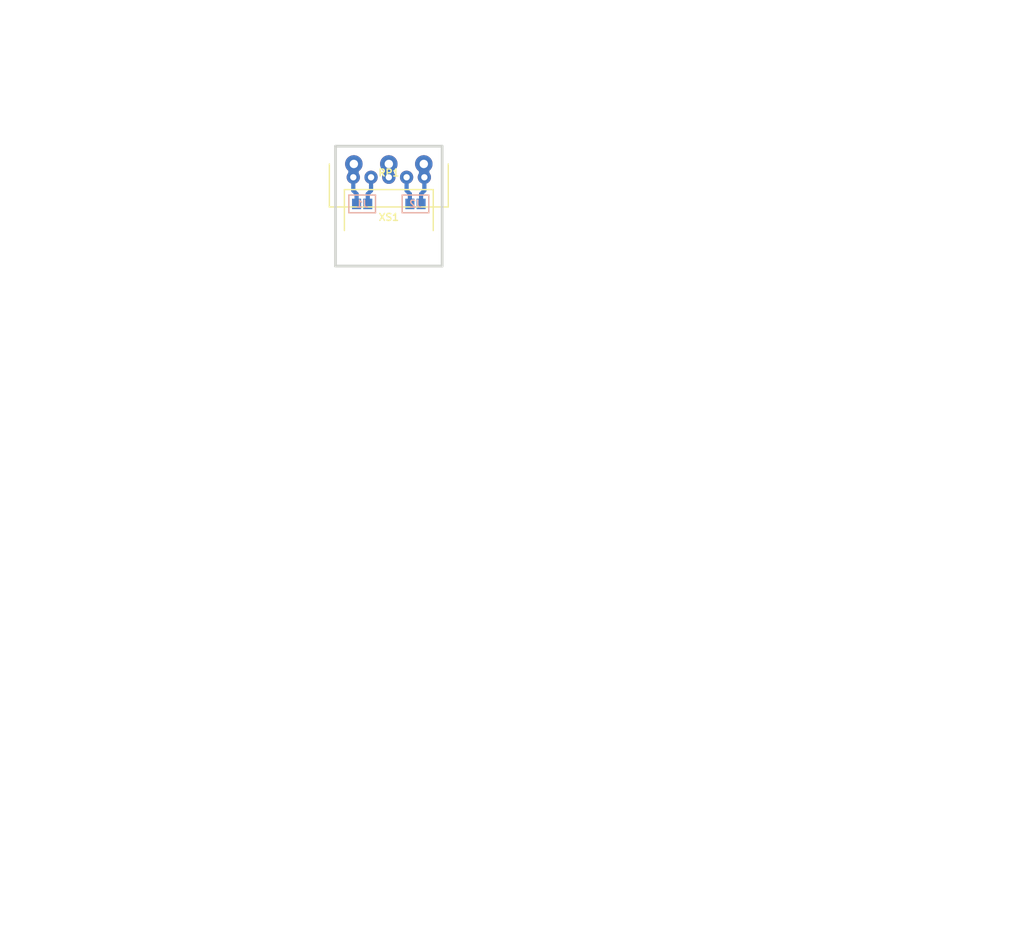
<source format=kicad_pcb>
(kicad_pcb (version 20171130) (host pcbnew 5.1.12-84ad8e8a86~92~ubuntu20.04.1)

  (general
    (thickness 1.6)
    (drawings 10)
    (tracks 15)
    (zones 0)
    (modules 4)
    (nets 6)
  )

  (page A4 portrait)
  (title_block
    (title ТКП-1.31.A-8)
    (date 2025-06-12)
    (rev 1A)
    (company "Potentiometer Board 18 1x17 [REV1A] PDB181-15F-B50K Trimmed")
    (comment 1 http://github.com/Adept666)
    (comment 2 "Igor Ivanov (Игорь Иванов)")
    (comment 3 -ТТКРЧПДЛ-)
    (comment 4 "This project is licensed under GNU General Public License v3.0 or later")
  )

  (layers
    (0 F.Cu jumper)
    (31 B.Cu signal)
    (38 B.Mask user)
    (39 F.Mask user)
    (44 Edge.Cuts user)
    (45 Margin user)
    (46 B.CrtYd user)
    (47 F.CrtYd user)
    (48 B.Fab user)
    (49 F.Fab user)
  )

  (setup
    (last_trace_width 1)
    (user_trace_width 0.6)
    (trace_clearance 0)
    (zone_clearance 0.6)
    (zone_45_only no)
    (trace_min 0.2)
    (via_size 2)
    (via_drill 1)
    (via_min_size 0.4)
    (via_min_drill 0.3)
    (uvia_size 0.3)
    (uvia_drill 0.1)
    (uvias_allowed no)
    (uvia_min_size 0)
    (uvia_min_drill 0)
    (edge_width 0.4)
    (segment_width 0.2)
    (pcb_text_width 0.3)
    (pcb_text_size 1.5 1.5)
    (mod_edge_width 0.15)
    (mod_text_size 1 1)
    (mod_text_width 0.15)
    (pad_size 1.6 1.8)
    (pad_drill 0)
    (pad_to_mask_clearance 0.1)
    (solder_mask_min_width 0.2)
    (aux_axis_origin 0 0)
    (visible_elements 7FFFFFFF)
    (pcbplotparams
      (layerselection 0x20000_7ffffffe)
      (usegerberextensions false)
      (usegerberattributes false)
      (usegerberadvancedattributes false)
      (creategerberjobfile false)
      (excludeedgelayer false)
      (linewidth 0.100000)
      (plotframeref true)
      (viasonmask false)
      (mode 1)
      (useauxorigin false)
      (hpglpennumber 1)
      (hpglpenspeed 20)
      (hpglpendiameter 15.000000)
      (psnegative false)
      (psa4output false)
      (plotreference false)
      (plotvalue true)
      (plotinvisibletext false)
      (padsonsilk true)
      (subtractmaskfromsilk false)
      (outputformat 4)
      (mirror false)
      (drillshape 0)
      (scaleselection 1)
      (outputdirectory ""))
  )

  (net 0 "")
  (net 1 "Net-(RP1-Pad2)")
  (net 2 "Net-(J1-Pad2)")
  (net 3 "Net-(J1-Pad1)")
  (net 4 "Net-(J2-Pad2)")
  (net 5 "Net-(J2-Pad1)")

  (net_class Default "This is the default net class."
    (clearance 0)
    (trace_width 1)
    (via_dia 2)
    (via_drill 1)
    (uvia_dia 0.3)
    (uvia_drill 0.1)
    (add_net "Net-(J1-Pad1)")
    (add_net "Net-(J1-Pad2)")
    (add_net "Net-(J2-Pad1)")
    (add_net "Net-(J2-Pad2)")
    (add_net "Net-(RP1-Pad2)")
  )

  (module KCL-SM:J-SB-0805-2 (layer B.Cu) (tedit 62E4D892) (tstamp 62E4EC39)
    (at 109.22 148.59)
    (path /62D6667D)
    (fp_text reference J2 (at 0 0) (layer B.SilkS)
      (effects (font (size 1 1) (thickness 0.2)) (justify mirror))
    )
    (fp_text value J2 (at 0 -0.9525) (layer B.Fab)
      (effects (font (size 1 1) (thickness 0.2)) (justify mirror))
    )
    (fp_line (start -1.905 1.27) (end 1.905 1.27) (layer B.CrtYd) (width 0.1))
    (fp_line (start 1.905 1.27) (end 1.905 -1.27) (layer B.CrtYd) (width 0.1))
    (fp_line (start 1.905 -1.27) (end -1.905 -1.27) (layer B.CrtYd) (width 0.1))
    (fp_line (start -1.905 -1.27) (end -1.905 1.27) (layer B.CrtYd) (width 0.1))
    (fp_line (start -1.905 -1.27) (end 1.905 -1.27) (layer B.SilkS) (width 0.2))
    (fp_line (start -1.905 1.27) (end 1.905 1.27) (layer B.SilkS) (width 0.2))
    (fp_line (start 1.905 1.27) (end 1.905 -1.27) (layer B.SilkS) (width 0.2))
    (fp_line (start -1.905 -1.27) (end -1.905 1.27) (layer B.SilkS) (width 0.2))
    (fp_line (start -0.8 0) (end 0.8 0) (layer B.Fab) (width 0.2))
    (pad 2 smd rect (at 0.8 0) (size 1.3 1.5) (layers B.Cu B.Mask)
      (net 4 "Net-(J2-Pad2)"))
    (pad 1 smd rect (at -0.8 0) (size 1.3 1.5) (layers B.Cu B.Mask)
      (net 5 "Net-(J2-Pad1)"))
  )

  (module KCL-SM:J-SB-0805-2 (layer B.Cu) (tedit 62E4D892) (tstamp 62E428E8)
    (at 101.6 148.59)
    (path /62E404D1)
    (fp_text reference J1 (at 0 0) (layer B.SilkS)
      (effects (font (size 1 1) (thickness 0.2)) (justify mirror))
    )
    (fp_text value J1 (at 0 -0.9525) (layer B.Fab)
      (effects (font (size 1 1) (thickness 0.2)) (justify mirror))
    )
    (fp_line (start -0.8 0) (end 0.8 0) (layer B.Fab) (width 0.2))
    (fp_line (start -1.905 -1.27) (end -1.905 1.27) (layer B.SilkS) (width 0.2))
    (fp_line (start 1.905 1.27) (end 1.905 -1.27) (layer B.SilkS) (width 0.2))
    (fp_line (start -1.905 1.27) (end 1.905 1.27) (layer B.SilkS) (width 0.2))
    (fp_line (start -1.905 -1.27) (end 1.905 -1.27) (layer B.SilkS) (width 0.2))
    (fp_line (start -1.905 -1.27) (end -1.905 1.27) (layer B.CrtYd) (width 0.1))
    (fp_line (start 1.905 -1.27) (end -1.905 -1.27) (layer B.CrtYd) (width 0.1))
    (fp_line (start 1.905 1.27) (end 1.905 -1.27) (layer B.CrtYd) (width 0.1))
    (fp_line (start -1.905 1.27) (end 1.905 1.27) (layer B.CrtYd) (width 0.1))
    (pad 1 smd rect (at -0.8 0) (size 1.3 1.5) (layers B.Cu B.Mask)
      (net 3 "Net-(J1-Pad1)"))
    (pad 2 smd rect (at 0.8 0) (size 1.3 1.5) (layers B.Cu B.Mask)
      (net 2 "Net-(J1-Pad2)"))
  )

  (module SBKCL-TH-SL:CON-PBS-05R-CIRCULAR (layer F.Cu) (tedit 62458AB8) (tstamp 60031F53)
    (at 105.41 144.78)
    (path /600A2C72)
    (fp_text reference XS1 (at 0 5.715) (layer F.SilkS)
      (effects (font (size 1 1) (thickness 0.2)))
    )
    (fp_text value PBS-05R (at 0 5.715) (layer F.Fab)
      (effects (font (size 1 1) (thickness 0.2)))
    )
    (fp_line (start 6.35 -0.45) (end 6.35 10.16) (layer F.CrtYd) (width 0.1))
    (fp_line (start -6.35 -0.45) (end -6.35 10.16) (layer F.CrtYd) (width 0.1))
    (fp_line (start -6.35 10.16) (end 6.35 10.16) (layer F.CrtYd) (width 0.1))
    (fp_line (start -6.35 -0.45) (end 6.35 -0.45) (layer F.CrtYd) (width 0.1))
    (fp_line (start 6.35 1.76) (end 6.35 7.62) (layer F.SilkS) (width 0.2))
    (fp_line (start -6.35 1.76) (end -6.35 7.62) (layer F.SilkS) (width 0.2))
    (fp_line (start -6.35 1.76) (end 6.35 1.76) (layer F.SilkS) (width 0.2))
    (fp_line (start -6.35 1.76) (end 6.35 1.76) (layer F.Fab) (width 0.2))
    (fp_line (start -6.35 10.16) (end 6.35 10.16) (layer F.Fab) (width 0.2))
    (fp_line (start -6.35 1.76) (end -6.35 10.16) (layer F.Fab) (width 0.2))
    (fp_line (start 6.35 1.76) (end 6.35 10.16) (layer F.Fab) (width 0.2))
    (pad 3 thru_hole circle (at 0 0) (size 1.9 1.9) (drill 0.9) (layers B.Cu B.Mask)
      (net 1 "Net-(RP1-Pad2)"))
    (pad 2 thru_hole circle (at -2.54 0) (size 1.9 1.9) (drill 0.9) (layers B.Cu B.Mask)
      (net 2 "Net-(J1-Pad2)"))
    (pad 1 thru_hole circle (at -5.08 0) (size 1.9 1.9) (drill 0.9) (layers B.Cu B.Mask)
      (net 3 "Net-(J1-Pad1)"))
    (pad 4 thru_hole circle (at 2.54 0) (size 1.9 1.9) (drill 0.9) (layers B.Cu B.Mask)
      (net 5 "Net-(J2-Pad1)"))
    (pad 5 thru_hole circle (at 5.08 0) (size 1.9 1.9) (drill 0.9) (layers B.Cu B.Mask)
      (net 4 "Net-(J2-Pad2)"))
  )

  (module SBKCL-TH-SL:RP-PDB181-K-20-P-CIRCULAR (layer F.Cu) (tedit 61D0A493) (tstamp 5FE6D9E5)
    (at 105.41 142.875 180)
    (path /5FE7A122)
    (fp_text reference RP1 (at 0 -1.27 180) (layer F.SilkS)
      (effects (font (size 1 1) (thickness 0.2)))
    )
    (fp_text value B50K (at 0 -1.27 180) (layer F.Fab)
      (effects (font (size 1 1) (thickness 0.2)))
    )
    (fp_line (start -7.3 3.35) (end -7.3 5.35) (layer F.Fab) (width 0.2))
    (fp_line (start -8.5 3.35) (end -8.5 5.35) (layer F.Fab) (width 0.2))
    (fp_line (start -8.5 5.35) (end -7.366 5.35) (layer F.Fab) (width 0.2))
    (fp_line (start 8.5 -6.15) (end 8.5 23.35) (layer F.CrtYd) (width 0.1))
    (fp_line (start -8.5 -6.15) (end -8.5 23.35) (layer F.CrtYd) (width 0.1))
    (fp_line (start -8.5 23.35) (end 8.5 23.35) (layer F.CrtYd) (width 0.1))
    (fp_line (start -8.5 -6.15) (end 8.5 -6.15) (layer F.CrtYd) (width 0.1))
    (fp_line (start 8.5 -6.15) (end 8.5 0) (layer F.SilkS) (width 0.2))
    (fp_line (start -8.5 -6.15) (end -8.5 0) (layer F.SilkS) (width 0.2))
    (fp_line (start -8.5 -6.15) (end 8.5 -6.15) (layer F.SilkS) (width 0.2))
    (fp_line (start -3.5 9.85) (end 3.5 9.85) (layer F.Fab) (width 0.2))
    (fp_line (start 3 9.85) (end 3 23.35) (layer F.Fab) (width 0.2))
    (fp_line (start -3 9.85) (end -3 23.35) (layer F.Fab) (width 0.2))
    (fp_line (start 3.5 3.35) (end 3.5 9.85) (layer F.Fab) (width 0.2))
    (fp_line (start -3.5 3.35) (end -3.5 9.85) (layer F.Fab) (width 0.2))
    (fp_line (start 8.5 -6.15) (end 8.5 3.35) (layer F.Fab) (width 0.2))
    (fp_line (start -8.5 -6.15) (end -8.5 3.35) (layer F.Fab) (width 0.2))
    (fp_line (start -3 23.35) (end 3 23.35) (layer F.Fab) (width 0.2))
    (fp_line (start -8.5 3.35) (end 8.5 3.35) (layer F.Fab) (width 0.2))
    (fp_line (start -8.5 -6.15) (end 8.5 -6.15) (layer F.Fab) (width 0.2))
    (pad 2 thru_hole circle (at 0 0 180) (size 2.5 2.5) (drill 1.2) (layers B.Cu B.Mask)
      (net 1 "Net-(RP1-Pad2)"))
    (pad 1 thru_hole circle (at -5 0 180) (size 2.5 2.5) (drill 1.2) (layers B.Cu B.Mask)
      (net 4 "Net-(J2-Pad2)"))
    (pad 3 thru_hole circle (at 5 0 180) (size 2.5 2.5) (drill 1.2) (layers B.Cu B.Mask)
      (net 3 "Net-(J1-Pad1)"))
  )

  (gr_text "1. Укоротить центральный контакт RP1 кусачками до" (at 90.17 246.38) (layer F.Fab) (tstamp 662FDCCA)
    (effects (font (size 2.54 2.54) (thickness 0.2)) (justify left))
  )
  (gr_text "1.0...1.5 мм от поверхности ПП." (at 90.17 250.19) (layer F.Fab)
    (effects (font (size 2.54 2.54) (thickness 0.2)) (justify left))
  )
  (gr_text "1. J1 и J2 оставить разомкнутыми." (at 119.83 250.19) (layer B.Fab)
    (effects (font (size 2.54 2.54) (thickness 0.2)) (justify left mirror))
  )
  (gr_line (start 110.41 142.875) (end 110.49 144.78) (layer B.Mask) (width 1.7))
  (gr_line (start 105.41 142.875) (end 105.41 144.78) (layer B.Mask) (width 1.7))
  (gr_line (start 100.41 142.875) (end 100.33 144.78) (layer B.Mask) (width 1.7))
  (gr_line (start 113.03 140.335) (end 113.03 157.48) (layer Edge.Cuts) (width 0.4) (tstamp 5FE6F872))
  (gr_line (start 97.79 140.335) (end 97.79 157.48) (layer Edge.Cuts) (width 0.4) (tstamp 5FE6F872))
  (gr_line (start 97.79 157.48) (end 113.03 157.48) (layer Edge.Cuts) (width 0.4) (tstamp 5FE6FAB1))
  (gr_line (start 97.79 140.335) (end 113.03 140.335) (layer Edge.Cuts) (width 0.4) (tstamp 5FE6F86E))

  (segment (start 105.41 142.875) (end 105.41 144.78) (width 1.5) (layer B.Cu) (net 1))
  (segment (start 102.4 148.59) (end 102.4 147.155) (width 0.6) (layer B.Cu) (net 2))
  (segment (start 102.4 147.155) (end 102.87 146.685) (width 0.6) (layer B.Cu) (net 2))
  (segment (start 102.87 146.685) (end 102.87 144.78) (width 0.6) (layer B.Cu) (net 2))
  (segment (start 100.41 142.875) (end 100.33 144.78) (width 1.5) (layer B.Cu) (net 3))
  (segment (start 100.8 148.59) (end 100.8 147.155) (width 0.6) (layer B.Cu) (net 3))
  (segment (start 100.8 147.155) (end 100.33 146.685) (width 0.6) (layer B.Cu) (net 3))
  (segment (start 100.33 146.685) (end 100.33 144.78) (width 0.6) (layer B.Cu) (net 3))
  (segment (start 110.41 142.875) (end 110.49 144.78) (width 1.5) (layer B.Cu) (net 4))
  (segment (start 110.02 148.59) (end 110.02 147.155) (width 0.6) (layer B.Cu) (net 4))
  (segment (start 110.02 147.155) (end 110.49 146.685) (width 0.6) (layer B.Cu) (net 4))
  (segment (start 110.49 146.685) (end 110.49 144.78) (width 0.6) (layer B.Cu) (net 4))
  (segment (start 108.42 148.59) (end 108.42 147.155) (width 0.6) (layer B.Cu) (net 5))
  (segment (start 108.42 147.155) (end 107.95 146.685) (width 0.6) (layer B.Cu) (net 5))
  (segment (start 107.95 146.685) (end 107.95 144.78) (width 0.6) (layer B.Cu) (net 5))

)

</source>
